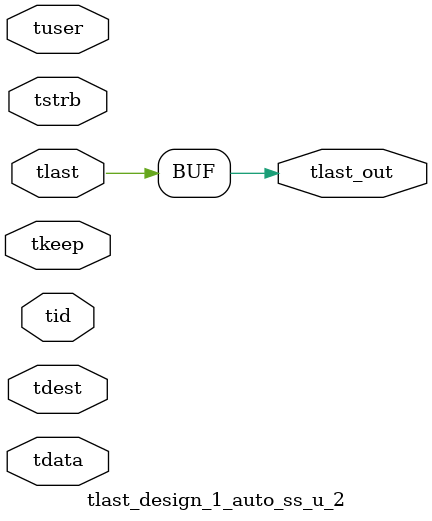
<source format=v>


`timescale 1ps/1ps

module tlast_design_1_auto_ss_u_2 #
(
parameter C_S_AXIS_TID_WIDTH   = 1,
parameter C_S_AXIS_TUSER_WIDTH = 0,
parameter C_S_AXIS_TDATA_WIDTH = 0,
parameter C_S_AXIS_TDEST_WIDTH = 0
)
(
input  [(C_S_AXIS_TID_WIDTH   == 0 ? 1 : C_S_AXIS_TID_WIDTH)-1:0       ] tid,
input  [(C_S_AXIS_TDATA_WIDTH == 0 ? 1 : C_S_AXIS_TDATA_WIDTH)-1:0     ] tdata,
input  [(C_S_AXIS_TUSER_WIDTH == 0 ? 1 : C_S_AXIS_TUSER_WIDTH)-1:0     ] tuser,
input  [(C_S_AXIS_TDEST_WIDTH == 0 ? 1 : C_S_AXIS_TDEST_WIDTH)-1:0     ] tdest,
input  [(C_S_AXIS_TDATA_WIDTH/8)-1:0 ] tkeep,
input  [(C_S_AXIS_TDATA_WIDTH/8)-1:0 ] tstrb,
input  [0:0]                                                             tlast,
output                                                                   tlast_out
);

assign tlast_out = {tlast};

endmodule


</source>
